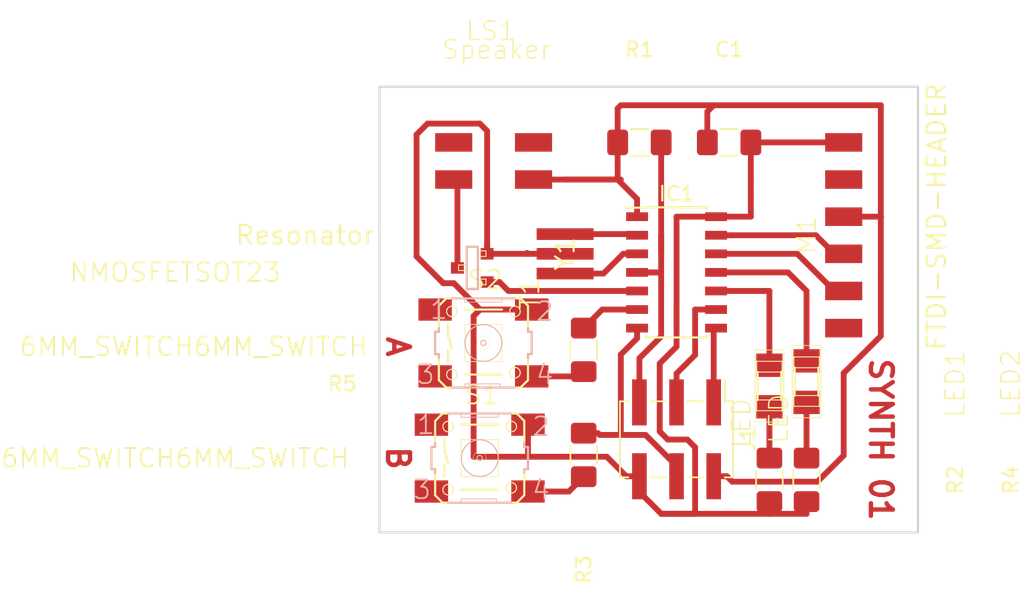
<source format=kicad_pcb>
(kicad_pcb (version 20171130) (host pcbnew 5.0.1)

  (general
    (thickness 1.6)
    (drawings 7)
    (tracks 123)
    (zones 0)
    (modules 16)
    (nets 26)
  )

  (page A4)
  (title_block
    (title "DXH Synth 01")
  )

  (layers
    (0 F.Cu signal)
    (31 B.Cu signal)
    (32 B.Adhes user)
    (33 F.Adhes user)
    (34 B.Paste user)
    (35 F.Paste user)
    (36 B.SilkS user)
    (37 F.SilkS user)
    (38 B.Mask user)
    (39 F.Mask user hide)
    (40 Dwgs.User user)
    (41 Cmts.User user)
    (42 Eco1.User user)
    (43 Eco2.User user)
    (44 Edge.Cuts user)
    (45 Margin user)
    (46 B.CrtYd user)
    (47 F.CrtYd user)
    (48 B.Fab user)
    (49 F.Fab user)
  )

  (setup
    (last_trace_width 0.4)
    (trace_clearance 0.45)
    (zone_clearance 0.508)
    (zone_45_only no)
    (trace_min 0.2)
    (segment_width 0.2)
    (edge_width 0.15)
    (via_size 0.8)
    (via_drill 0.4)
    (via_min_size 0.4)
    (via_min_drill 0.3)
    (uvia_size 0.3)
    (uvia_drill 0.1)
    (uvias_allowed no)
    (uvia_min_size 0.2)
    (uvia_min_drill 0.1)
    (pcb_text_width 0.3)
    (pcb_text_size 1.5 1.5)
    (mod_edge_width 0.15)
    (mod_text_size 1 1)
    (mod_text_width 0.15)
    (pad_size 1.524 1.524)
    (pad_drill 0.762)
    (pad_to_mask_clearance 0.2)
    (solder_mask_min_width 0.25)
    (aux_axis_origin 0 0)
    (visible_elements 7FFFFFFF)
    (pcbplotparams
      (layerselection 0x010fc_ffffffff)
      (usegerberextensions false)
      (usegerberattributes false)
      (usegerberadvancedattributes false)
      (creategerberjobfile false)
      (excludeedgelayer true)
      (linewidth 0.100000)
      (plotframeref false)
      (viasonmask false)
      (mode 1)
      (useauxorigin false)
      (hpglpennumber 1)
      (hpglpenspeed 20)
      (hpglpendiameter 15.000000)
      (psnegative false)
      (psa4output false)
      (plotreference true)
      (plotvalue true)
      (plotinvisibletext false)
      (padsonsilk false)
      (subtractmaskfromsilk false)
      (outputformat 1)
      (mirror false)
      (drillshape 1)
      (scaleselection 1)
      (outputdirectory "./"))
  )

  (net 0 "")
  (net 1 +5V)
  (net 2 "Net-(IC1-Pad4)")
  (net 3 /LED1)
  (net 4 /MOSI)
  (net 5 /MISO)
  (net 6 /SCK)
  (net 7 "Net-(IC1-Pad12)")
  (net 8 "Net-(IC1-Pad13)")
  (net 9 "Net-(M1-Pad2)")
  (net 10 "Net-(M1-Pad6)")
  (net 11 "Net-(S1-Pad1)")
  (net 12 "Net-(S1-Pad3)")
  (net 13 "Net-(R3-Pad2)")
  (net 14 /LED2)
  (net 15 "Net-(R5-Pad2)")
  (net 16 "Net-(S2-Pad1)")
  (net 17 "Net-(S2-Pad3)")
  (net 18 Earth)
  (net 19 /XTAL1)
  (net 20 /XTAL2)
  (net 21 "Net-(LS1-Pad2)")
  (net 22 /SPEAKER)
  (net 23 /SWITCH1)
  (net 24 "Net-(LED1-Pad2)")
  (net 25 "Net-(LED2-Pad2)")

  (net_class Default "This is the default net class."
    (clearance 0.45)
    (trace_width 0.4)
    (via_dia 0.8)
    (via_drill 0.4)
    (uvia_dia 0.3)
    (uvia_drill 0.1)
    (diff_pair_gap 0.25)
    (diff_pair_width 0.4)
    (add_net +5V)
    (add_net /LED1)
    (add_net /LED2)
    (add_net /MISO)
    (add_net /MOSI)
    (add_net /SCK)
    (add_net /SPEAKER)
    (add_net /SWITCH1)
    (add_net /XTAL1)
    (add_net /XTAL2)
    (add_net Earth)
    (add_net "Net-(IC1-Pad12)")
    (add_net "Net-(IC1-Pad13)")
    (add_net "Net-(IC1-Pad4)")
    (add_net "Net-(LED1-Pad2)")
    (add_net "Net-(LED2-Pad2)")
    (add_net "Net-(LS1-Pad2)")
    (add_net "Net-(M1-Pad2)")
    (add_net "Net-(M1-Pad6)")
    (add_net "Net-(R3-Pad2)")
    (add_net "Net-(R5-Pad2)")
    (add_net "Net-(S1-Pad1)")
    (add_net "Net-(S1-Pad3)")
    (add_net "Net-(S2-Pad1)")
    (add_net "Net-(S2-Pad3)")
  )

  (module Connector_PinHeader_2.54mm:PinHeader_2x03_P2.54mm_Vertical_SMD (layer F.Cu) (tedit 59FED5CC) (tstamp 5BC2AC45)
    (at 200.66 151.115 270)
    (descr "surface-mounted straight pin header, 2x03, 2.54mm pitch, double rows")
    (tags "Surface mounted pin header SMD 2x03 2.54mm double row")
    (path /5BB66480)
    (attr smd)
    (fp_text reference J1 (at 0 -4.87 270) (layer F.SilkS)
      (effects (font (size 1 1) (thickness 0.15)))
    )
    (fp_text value AVR-ISP-6 (at 7.635 0) (layer F.Fab)
      (effects (font (size 1 1) (thickness 0.15)))
    )
    (fp_line (start 2.54 3.81) (end -2.54 3.81) (layer F.Fab) (width 0.1))
    (fp_line (start -1.59 -3.81) (end 2.54 -3.81) (layer F.Fab) (width 0.1))
    (fp_line (start -2.54 3.81) (end -2.54 -2.86) (layer F.Fab) (width 0.1))
    (fp_line (start -2.54 -2.86) (end -1.59 -3.81) (layer F.Fab) (width 0.1))
    (fp_line (start 2.54 -3.81) (end 2.54 3.81) (layer F.Fab) (width 0.1))
    (fp_line (start -2.54 -2.86) (end -3.6 -2.86) (layer F.Fab) (width 0.1))
    (fp_line (start -3.6 -2.86) (end -3.6 -2.22) (layer F.Fab) (width 0.1))
    (fp_line (start -3.6 -2.22) (end -2.54 -2.22) (layer F.Fab) (width 0.1))
    (fp_line (start 2.54 -2.86) (end 3.6 -2.86) (layer F.Fab) (width 0.1))
    (fp_line (start 3.6 -2.86) (end 3.6 -2.22) (layer F.Fab) (width 0.1))
    (fp_line (start 3.6 -2.22) (end 2.54 -2.22) (layer F.Fab) (width 0.1))
    (fp_line (start -2.54 -0.32) (end -3.6 -0.32) (layer F.Fab) (width 0.1))
    (fp_line (start -3.6 -0.32) (end -3.6 0.32) (layer F.Fab) (width 0.1))
    (fp_line (start -3.6 0.32) (end -2.54 0.32) (layer F.Fab) (width 0.1))
    (fp_line (start 2.54 -0.32) (end 3.6 -0.32) (layer F.Fab) (width 0.1))
    (fp_line (start 3.6 -0.32) (end 3.6 0.32) (layer F.Fab) (width 0.1))
    (fp_line (start 3.6 0.32) (end 2.54 0.32) (layer F.Fab) (width 0.1))
    (fp_line (start -2.54 2.22) (end -3.6 2.22) (layer F.Fab) (width 0.1))
    (fp_line (start -3.6 2.22) (end -3.6 2.86) (layer F.Fab) (width 0.1))
    (fp_line (start -3.6 2.86) (end -2.54 2.86) (layer F.Fab) (width 0.1))
    (fp_line (start 2.54 2.22) (end 3.6 2.22) (layer F.Fab) (width 0.1))
    (fp_line (start 3.6 2.22) (end 3.6 2.86) (layer F.Fab) (width 0.1))
    (fp_line (start 3.6 2.86) (end 2.54 2.86) (layer F.Fab) (width 0.1))
    (fp_line (start -2.6 -3.87) (end 2.6 -3.87) (layer F.SilkS) (width 0.12))
    (fp_line (start -2.6 3.87) (end 2.6 3.87) (layer F.SilkS) (width 0.12))
    (fp_line (start -4.04 -3.3) (end -2.6 -3.3) (layer F.SilkS) (width 0.12))
    (fp_line (start -2.6 -3.87) (end -2.6 -3.3) (layer F.SilkS) (width 0.12))
    (fp_line (start 2.6 -3.87) (end 2.6 -3.3) (layer F.SilkS) (width 0.12))
    (fp_line (start -2.6 3.3) (end -2.6 3.87) (layer F.SilkS) (width 0.12))
    (fp_line (start 2.6 3.3) (end 2.6 3.87) (layer F.SilkS) (width 0.12))
    (fp_line (start -2.6 -1.78) (end -2.6 -0.76) (layer F.SilkS) (width 0.12))
    (fp_line (start 2.6 -1.78) (end 2.6 -0.76) (layer F.SilkS) (width 0.12))
    (fp_line (start -2.6 0.76) (end -2.6 1.78) (layer F.SilkS) (width 0.12))
    (fp_line (start 2.6 0.76) (end 2.6 1.78) (layer F.SilkS) (width 0.12))
    (fp_line (start -5.9 -4.35) (end -5.9 4.35) (layer F.CrtYd) (width 0.05))
    (fp_line (start -5.9 4.35) (end 5.9 4.35) (layer F.CrtYd) (width 0.05))
    (fp_line (start 5.9 4.35) (end 5.9 -4.35) (layer F.CrtYd) (width 0.05))
    (fp_line (start 5.9 -4.35) (end -5.9 -4.35) (layer F.CrtYd) (width 0.05))
    (fp_text user %R (at 0 0) (layer F.Fab)
      (effects (font (size 1 1) (thickness 0.15)))
    )
    (pad 1 smd rect (at -2.525 -2.54 270) (size 3.15 1) (layers F.Cu F.Paste F.Mask)
      (net 5 /MISO))
    (pad 2 smd rect (at 2.525 -2.54 270) (size 3.15 1) (layers F.Cu F.Paste F.Mask)
      (net 1 +5V))
    (pad 3 smd rect (at -2.525 0 270) (size 3.15 1) (layers F.Cu F.Paste F.Mask)
      (net 6 /SCK))
    (pad 4 smd rect (at 2.525 0 270) (size 3.15 1) (layers F.Cu F.Paste F.Mask)
      (net 4 /MOSI))
    (pad 5 smd rect (at -2.525 2.54 270) (size 3.15 1) (layers F.Cu F.Paste F.Mask)
      (net 2 "Net-(IC1-Pad4)"))
    (pad 6 smd rect (at 2.525 2.54 270) (size 3.15 1) (layers F.Cu F.Paste F.Mask)
      (net 18 Earth))
    (model ${KISYS3DMOD}/Connector_PinHeader_2.54mm.3dshapes/PinHeader_2x03_P2.54mm_Vertical_SMD.wrl
      (at (xyz 0 0 0))
      (scale (xyz 1 1 1))
      (rotate (xyz 0 0 0))
    )
  )

  (module fab:fab-6MM_SWITCH (layer F.Cu) (tedit 200000) (tstamp 5BC2ACC3)
    (at 187.198 152.4)
    (descr "OMRON SWITCH")
    (tags "OMRON SWITCH")
    (path /5BB7076B)
    (attr smd)
    (fp_text reference S1 (at 0.127 -4.318) (layer F.SilkS)
      (effects (font (size 1.27 1.27) (thickness 0.127)))
    )
    (fp_text value 6MM_SWITCH6MM_SWITCH (at -20.828 0) (layer F.SilkS)
      (effects (font (size 1.27 1.27) (thickness 0.127)))
    )
    (fp_line (start 3.302 0.762) (end 3.048 0.762) (layer B.SilkS) (width 0.1524))
    (fp_line (start 3.302 0.762) (end 3.302 -0.762) (layer B.SilkS) (width 0.1524))
    (fp_line (start 3.048 -0.762) (end 3.302 -0.762) (layer B.SilkS) (width 0.1524))
    (fp_line (start 3.048 -1.016) (end 3.048 -2.54) (layer F.SilkS) (width 0.1524))
    (fp_line (start -3.302 -0.762) (end -3.048 -0.762) (layer B.SilkS) (width 0.1524))
    (fp_line (start -3.302 -0.762) (end -3.302 0.762) (layer B.SilkS) (width 0.1524))
    (fp_line (start -3.048 0.762) (end -3.302 0.762) (layer B.SilkS) (width 0.1524))
    (fp_line (start 3.048 -2.54) (end 2.54 -3.048) (layer F.SilkS) (width 0.1524))
    (fp_line (start 2.54 3.048) (end 3.048 2.54) (layer F.SilkS) (width 0.1524))
    (fp_line (start 3.048 2.54) (end 3.048 1.016) (layer F.SilkS) (width 0.1524))
    (fp_line (start -2.54 -3.048) (end -3.048 -2.54) (layer F.SilkS) (width 0.1524))
    (fp_line (start -3.048 -2.54) (end -3.048 -1.016) (layer F.SilkS) (width 0.1524))
    (fp_line (start -2.54 3.048) (end -3.048 2.54) (layer F.SilkS) (width 0.1524))
    (fp_line (start -3.048 2.54) (end -3.048 1.016) (layer F.SilkS) (width 0.1524))
    (fp_line (start -1.27 -1.27) (end -1.27 1.27) (layer F.SilkS) (width 0.0508))
    (fp_line (start 1.27 1.27) (end -1.27 1.27) (layer F.SilkS) (width 0.0508))
    (fp_line (start 1.27 1.27) (end 1.27 -1.27) (layer F.SilkS) (width 0.0508))
    (fp_line (start -1.27 -1.27) (end 1.27 -1.27) (layer F.SilkS) (width 0.0508))
    (fp_line (start -1.27 -3.048) (end -1.27 -2.794) (layer B.SilkS) (width 0.0508))
    (fp_line (start 1.27 -2.794) (end -1.27 -2.794) (layer B.SilkS) (width 0.0508))
    (fp_line (start 1.27 -2.794) (end 1.27 -3.048) (layer B.SilkS) (width 0.0508))
    (fp_line (start 1.143 2.794) (end -1.27 2.794) (layer B.SilkS) (width 0.0508))
    (fp_line (start 1.143 2.794) (end 1.143 3.048) (layer B.SilkS) (width 0.0508))
    (fp_line (start -1.27 2.794) (end -1.27 3.048) (layer B.SilkS) (width 0.0508))
    (fp_line (start 2.54 3.048) (end 2.159 3.048) (layer F.SilkS) (width 0.1524))
    (fp_line (start -2.54 3.048) (end -2.159 3.048) (layer F.SilkS) (width 0.1524))
    (fp_line (start -2.159 3.048) (end -1.27 3.048) (layer B.SilkS) (width 0.1524))
    (fp_line (start -2.54 -3.048) (end -2.159 -3.048) (layer F.SilkS) (width 0.1524))
    (fp_line (start 2.54 -3.048) (end 2.159 -3.048) (layer F.SilkS) (width 0.1524))
    (fp_line (start 2.159 -3.048) (end 1.27 -3.048) (layer B.SilkS) (width 0.1524))
    (fp_line (start 1.27 -3.048) (end -1.27 -3.048) (layer B.SilkS) (width 0.1524))
    (fp_line (start -1.27 -3.048) (end -2.159 -3.048) (layer B.SilkS) (width 0.1524))
    (fp_line (start -1.27 3.048) (end 1.143 3.048) (layer B.SilkS) (width 0.1524))
    (fp_line (start 1.143 3.048) (end 2.159 3.048) (layer B.SilkS) (width 0.1524))
    (fp_line (start 3.048 0.762) (end 3.048 1.016) (layer B.SilkS) (width 0.1524))
    (fp_line (start 3.048 -0.762) (end 3.048 -1.016) (layer B.SilkS) (width 0.1524))
    (fp_line (start -3.048 0.762) (end -3.048 1.016) (layer B.SilkS) (width 0.1524))
    (fp_line (start -3.048 -0.762) (end -3.048 -1.016) (layer B.SilkS) (width 0.1524))
    (fp_line (start -1.27 2.159) (end 1.27 2.159) (layer F.SilkS) (width 0.1524))
    (fp_line (start 1.27 -2.286) (end -1.27 -2.286) (layer F.SilkS) (width 0.1524))
    (fp_line (start -2.413 -1.27) (end -2.413 -0.508) (layer F.SilkS) (width 0.1524))
    (fp_line (start -2.413 0.508) (end -2.413 1.27) (layer F.SilkS) (width 0.1524))
    (fp_line (start -2.413 -0.508) (end -2.159 0.381) (layer F.SilkS) (width 0.1524))
    (fp_circle (center 0 0) (end -0.889 0.889) (layer B.SilkS) (width 0.0762))
    (fp_circle (center -2.159 2.159) (end -2.413 2.413) (layer F.SilkS) (width 0.0762))
    (fp_circle (center 2.159 2.032) (end 2.413 2.286) (layer F.SilkS) (width 0.0762))
    (fp_circle (center 2.159 -2.159) (end 2.413 -2.413) (layer F.SilkS) (width 0.0762))
    (fp_circle (center -2.159 -2.159) (end -2.413 -2.413) (layer F.SilkS) (width 0.0762))
    (fp_circle (center 0 0) (end -0.3175 0.3175) (layer F.SilkS) (width 0.0254))
    (fp_circle (center 0 0) (end -0.127 0.127) (layer B.SilkS) (width 0.0762))
    (fp_text user 1 (at -3.683 -2.286) (layer B.SilkS)
      (effects (font (size 1.27 1.27) (thickness 0.127)))
    )
    (fp_text user 2 (at 4.191 -2.159) (layer B.SilkS)
      (effects (font (size 1.27 1.27) (thickness 0.127)))
    )
    (fp_text user 3 (at -3.937 2.159) (layer B.SilkS)
      (effects (font (size 1.27 1.27) (thickness 0.127)))
    )
    (fp_text user 4 (at 4.191 2.159) (layer B.SilkS)
      (effects (font (size 1.27 1.27) (thickness 0.127)))
    )
    (pad 1 smd rect (at -3.302 -2.286) (size 2.286 1.524) (layers F.Cu F.Paste F.Mask)
      (net 11 "Net-(S1-Pad1)"))
    (pad 2 smd rect (at 3.302 -2.286) (size 2.286 1.524) (layers F.Cu F.Paste F.Mask)
      (net 18 Earth))
    (pad 3 smd rect (at -3.302 2.286) (size 2.286 1.524) (layers F.Cu F.Paste F.Mask)
      (net 12 "Net-(S1-Pad3)"))
    (pad 4 smd rect (at 3.302 2.286) (size 2.286 1.524) (layers F.Cu F.Paste F.Mask)
      (net 13 "Net-(R3-Pad2)"))
  )

  (module Package_SO:SOIC-14_3.9x8.7mm_P1.27mm (layer F.Cu) (tedit 5A02F2D3) (tstamp 5BB6B2C1)
    (at 200.66 139.7)
    (descr "14-Lead Plastic Small Outline (SL) - Narrow, 3.90 mm Body [SOIC] (see Microchip Packaging Specification 00000049BS.pdf)")
    (tags "SOIC 1.27")
    (path /5BB66B58)
    (attr smd)
    (fp_text reference IC1 (at 0 -5.375) (layer F.SilkS)
      (effects (font (size 1 1) (thickness 0.15)))
    )
    (fp_text value t44 (at 0 5.375) (layer F.Fab)
      (effects (font (size 1 1) (thickness 0.15)))
    )
    (fp_text user %R (at 0 0) (layer F.Fab)
      (effects (font (size 0.9 0.9) (thickness 0.135)))
    )
    (fp_line (start -0.95 -4.35) (end 1.95 -4.35) (layer F.Fab) (width 0.15))
    (fp_line (start 1.95 -4.35) (end 1.95 4.35) (layer F.Fab) (width 0.15))
    (fp_line (start 1.95 4.35) (end -1.95 4.35) (layer F.Fab) (width 0.15))
    (fp_line (start -1.95 4.35) (end -1.95 -3.35) (layer F.Fab) (width 0.15))
    (fp_line (start -1.95 -3.35) (end -0.95 -4.35) (layer F.Fab) (width 0.15))
    (fp_line (start -3.7 -4.65) (end -3.7 4.65) (layer F.CrtYd) (width 0.05))
    (fp_line (start 3.7 -4.65) (end 3.7 4.65) (layer F.CrtYd) (width 0.05))
    (fp_line (start -3.7 -4.65) (end 3.7 -4.65) (layer F.CrtYd) (width 0.05))
    (fp_line (start -3.7 4.65) (end 3.7 4.65) (layer F.CrtYd) (width 0.05))
    (fp_line (start -2.075 -4.45) (end -2.075 -4.425) (layer F.SilkS) (width 0.15))
    (fp_line (start 2.075 -4.45) (end 2.075 -4.335) (layer F.SilkS) (width 0.15))
    (fp_line (start 2.075 4.45) (end 2.075 4.335) (layer F.SilkS) (width 0.15))
    (fp_line (start -2.075 4.45) (end -2.075 4.335) (layer F.SilkS) (width 0.15))
    (fp_line (start -2.075 -4.45) (end 2.075 -4.45) (layer F.SilkS) (width 0.15))
    (fp_line (start -2.075 4.45) (end 2.075 4.45) (layer F.SilkS) (width 0.15))
    (fp_line (start -2.075 -4.425) (end -3.45 -4.425) (layer F.SilkS) (width 0.15))
    (pad 1 smd rect (at -2.7 -3.81) (size 1.5 0.6) (layers F.Cu F.Paste F.Mask)
      (net 1 +5V))
    (pad 2 smd rect (at -2.7 -2.54) (size 1.5 0.6) (layers F.Cu F.Paste F.Mask)
      (net 19 /XTAL1))
    (pad 3 smd rect (at -2.7 -1.27) (size 1.5 0.6) (layers F.Cu F.Paste F.Mask)
      (net 20 /XTAL2))
    (pad 4 smd rect (at -2.7 0) (size 1.5 0.6) (layers F.Cu F.Paste F.Mask)
      (net 2 "Net-(IC1-Pad4)"))
    (pad 5 smd rect (at -2.7 1.27) (size 1.5 0.6) (layers F.Cu F.Paste F.Mask)
      (net 22 /SPEAKER))
    (pad 6 smd rect (at -2.7 2.54) (size 1.5 0.6) (layers F.Cu F.Paste F.Mask)
      (net 23 /SWITCH1))
    (pad 7 smd rect (at -2.7 3.81) (size 1.5 0.6) (layers F.Cu F.Paste F.Mask)
      (net 4 /MOSI))
    (pad 8 smd rect (at 2.7 3.81) (size 1.5 0.6) (layers F.Cu F.Paste F.Mask)
      (net 5 /MISO))
    (pad 9 smd rect (at 2.7 2.54) (size 1.5 0.6) (layers F.Cu F.Paste F.Mask)
      (net 6 /SCK))
    (pad 10 smd rect (at 2.7 1.27) (size 1.5 0.6) (layers F.Cu F.Paste F.Mask)
      (net 3 /LED1))
    (pad 11 smd rect (at 2.7 0) (size 1.5 0.6) (layers F.Cu F.Paste F.Mask)
      (net 14 /LED2))
    (pad 12 smd rect (at 2.7 -1.27) (size 1.5 0.6) (layers F.Cu F.Paste F.Mask)
      (net 7 "Net-(IC1-Pad12)"))
    (pad 13 smd rect (at 2.7 -2.54) (size 1.5 0.6) (layers F.Cu F.Paste F.Mask)
      (net 8 "Net-(IC1-Pad13)"))
    (pad 14 smd rect (at 2.7 -3.81) (size 1.5 0.6) (layers F.Cu F.Paste F.Mask)
      (net 18 Earth))
    (model ${KISYS3DMOD}/Package_SO.3dshapes/SOIC-14_3.9x8.7mm_P1.27mm.wrl
      (at (xyz 0 0 0))
      (scale (xyz 1 1 1))
      (rotate (xyz 0 0 0))
    )
  )

  (module Capacitor_SMD:C_1206_3216Metric_Pad1.42x1.75mm_HandSolder (layer F.Cu) (tedit 5B301BBE) (tstamp 5BC2AC14)
    (at 204.2525 130.81)
    (descr "Capacitor SMD 1206 (3216 Metric), square (rectangular) end terminal, IPC_7351 nominal with elongated pad for handsoldering. (Body size source: http://www.tortai-tech.com/upload/download/2011102023233369053.pdf), generated with kicad-footprint-generator")
    (tags "capacitor handsolder")
    (path /5BB665F6)
    (attr smd)
    (fp_text reference C1 (at 0 -6.35) (layer F.SilkS)
      (effects (font (size 1 1) (thickness 0.15)))
    )
    (fp_text value "1 uF" (at 0.2175 -8.89) (layer F.Fab)
      (effects (font (size 1 1) (thickness 0.15)))
    )
    (fp_line (start -1.6 0.8) (end -1.6 -0.8) (layer F.Fab) (width 0.1))
    (fp_line (start -1.6 -0.8) (end 1.6 -0.8) (layer F.Fab) (width 0.1))
    (fp_line (start 1.6 -0.8) (end 1.6 0.8) (layer F.Fab) (width 0.1))
    (fp_line (start 1.6 0.8) (end -1.6 0.8) (layer F.Fab) (width 0.1))
    (fp_line (start -0.602064 -0.91) (end 0.602064 -0.91) (layer F.SilkS) (width 0.12))
    (fp_line (start -0.602064 0.91) (end 0.602064 0.91) (layer F.SilkS) (width 0.12))
    (fp_line (start -2.45 1.12) (end -2.45 -1.12) (layer F.CrtYd) (width 0.05))
    (fp_line (start -2.45 -1.12) (end 2.45 -1.12) (layer F.CrtYd) (width 0.05))
    (fp_line (start 2.45 -1.12) (end 2.45 1.12) (layer F.CrtYd) (width 0.05))
    (fp_line (start 2.45 1.12) (end -2.45 1.12) (layer F.CrtYd) (width 0.05))
    (fp_text user %R (at 0 0) (layer F.Fab)
      (effects (font (size 0.8 0.8) (thickness 0.12)))
    )
    (pad 1 smd roundrect (at -1.4875 0) (size 1.425 1.75) (layers F.Cu F.Paste F.Mask) (roundrect_rratio 0.175439)
      (net 1 +5V))
    (pad 2 smd roundrect (at 1.4875 0) (size 1.425 1.75) (layers F.Cu F.Paste F.Mask) (roundrect_rratio 0.175439)
      (net 18 Earth))
    (model ${KISYS3DMOD}/Capacitor_SMD.3dshapes/C_1206_3216Metric.wrl
      (at (xyz 0 0 0))
      (scale (xyz 1 1 1))
      (rotate (xyz 0 0 0))
    )
  )

  (module fab:fab-LED1206 (layer F.Cu) (tedit 5BB7D3BE) (tstamp 5BC2AC59)
    (at 207.01 147.46986 270)
    (descr "LED 1206 PADS (STANDARD PATTERN)")
    (tags "LED 1206 PADS (STANDARD PATTERN)")
    (path /5BB6E9C2)
    (attr smd)
    (fp_text reference LED1 (at -0.14986 -12.7 270) (layer F.SilkS)
      (effects (font (size 1.27 1.27) (thickness 0.1016)))
    )
    (fp_text value LED (at 2.54 1.905 270) (layer F.SilkS)
      (effects (font (size 1.27 1.27) (thickness 0.1016)))
    )
    (fp_line (start -1.6891 0.8763) (end -0.9525 0.8763) (layer F.SilkS) (width 0.06604))
    (fp_line (start -0.9525 0.8763) (end -0.9525 -0.8763) (layer F.SilkS) (width 0.06604))
    (fp_line (start -1.6891 -0.8763) (end -0.9525 -0.8763) (layer F.SilkS) (width 0.06604))
    (fp_line (start -1.6891 0.8763) (end -1.6891 -0.8763) (layer F.SilkS) (width 0.06604))
    (fp_line (start 0.9525 0.8763) (end 1.6891 0.8763) (layer F.SilkS) (width 0.06604))
    (fp_line (start 1.6891 0.8763) (end 1.6891 -0.8763) (layer F.SilkS) (width 0.06604))
    (fp_line (start 0.9525 -0.8763) (end 1.6891 -0.8763) (layer F.SilkS) (width 0.06604))
    (fp_line (start 0.9525 0.8763) (end 0.9525 -0.8763) (layer F.SilkS) (width 0.06604))
    (fp_line (start 0.9525 0.8128) (end -0.9652 0.8128) (layer F.SilkS) (width 0.1524))
    (fp_line (start 0.9525 -0.8128) (end -0.9652 -0.8128) (layer F.SilkS) (width 0.1524))
    (fp_line (start -2.47142 -0.98298) (end 2.47142 -0.98298) (layer F.SilkS) (width 0.0508))
    (fp_line (start 2.47142 -0.98298) (end 2.47142 0.98298) (layer F.SilkS) (width 0.0508))
    (fp_line (start 2.47142 0.98298) (end -2.47142 0.98298) (layer F.SilkS) (width 0.0508))
    (fp_line (start -2.47142 0.98298) (end -2.47142 -0.98298) (layer F.SilkS) (width 0.0508))
    (pad 1 smd rect (at -1.41986 0 270) (size 1.59766 1.80086) (layers F.Cu F.Paste F.Mask)
      (net 3 /LED1))
    (pad 2 smd rect (at 1.41986 0 270) (size 1.59766 1.80086) (layers F.Cu F.Paste F.Mask)
      (net 24 "Net-(LED1-Pad2)"))
  )

  (module fab:fab-1X06SMD (layer F.Cu) (tedit 200000) (tstamp 5BC2AC63)
    (at 212.09 137.16)
    (path /5BB6A60E)
    (attr smd)
    (fp_text reference M1 (at -2.54 0 90) (layer F.SilkS)
      (effects (font (size 1.27 1.27) (thickness 0.1016)))
    )
    (fp_text value FTDI-SMD-HEADER (at 6.35 -1.27 90) (layer F.SilkS)
      (effects (font (size 1.27 1.27) (thickness 0.15)))
    )
    (pad 1 smd rect (at 0 -6.35) (size 2.54 1.27) (layers F.Cu F.Paste F.Mask)
      (net 18 Earth))
    (pad 2 smd rect (at 0 -3.81) (size 2.54 1.27) (layers F.Cu F.Paste F.Mask)
      (net 9 "Net-(M1-Pad2)"))
    (pad 3 smd rect (at 0 -1.27) (size 2.54 1.27) (layers F.Cu F.Paste F.Mask)
      (net 1 +5V))
    (pad 4 smd rect (at 0 1.27) (size 2.54 1.27) (layers F.Cu F.Paste F.Mask)
      (net 8 "Net-(IC1-Pad13)"))
    (pad 5 smd rect (at 0 3.81) (size 2.54 1.27) (layers F.Cu F.Paste F.Mask)
      (net 7 "Net-(IC1-Pad12)"))
    (pad 6 smd rect (at 0 6.35) (size 2.54 1.27) (layers F.Cu F.Paste F.Mask)
      (net 10 "Net-(M1-Pad6)"))
  )

  (module Resistor_SMD:R_1206_3216Metric_Pad1.42x1.75mm_HandSolder (layer F.Cu) (tedit 5B301BBD) (tstamp 5BC2AC74)
    (at 198.12 130.81 180)
    (descr "Resistor SMD 1206 (3216 Metric), square (rectangular) end terminal, IPC_7351 nominal with elongated pad for handsoldering. (Body size source: http://www.tortai-tech.com/upload/download/2011102023233369053.pdf), generated with kicad-footprint-generator")
    (tags "resistor handsolder")
    (path /5BB652E2)
    (attr smd)
    (fp_text reference R1 (at 0 6.35 180) (layer F.SilkS)
      (effects (font (size 1 1) (thickness 0.15)))
    )
    (fp_text value 10k (at 0 8.89 180) (layer F.Fab)
      (effects (font (size 1 1) (thickness 0.15)))
    )
    (fp_line (start -1.6 0.8) (end -1.6 -0.8) (layer F.Fab) (width 0.1))
    (fp_line (start -1.6 -0.8) (end 1.6 -0.8) (layer F.Fab) (width 0.1))
    (fp_line (start 1.6 -0.8) (end 1.6 0.8) (layer F.Fab) (width 0.1))
    (fp_line (start 1.6 0.8) (end -1.6 0.8) (layer F.Fab) (width 0.1))
    (fp_line (start -0.602064 -0.91) (end 0.602064 -0.91) (layer F.SilkS) (width 0.12))
    (fp_line (start -0.602064 0.91) (end 0.602064 0.91) (layer F.SilkS) (width 0.12))
    (fp_line (start -2.45 1.12) (end -2.45 -1.12) (layer F.CrtYd) (width 0.05))
    (fp_line (start -2.45 -1.12) (end 2.45 -1.12) (layer F.CrtYd) (width 0.05))
    (fp_line (start 2.45 -1.12) (end 2.45 1.12) (layer F.CrtYd) (width 0.05))
    (fp_line (start 2.45 1.12) (end -2.45 1.12) (layer F.CrtYd) (width 0.05))
    (fp_text user %R (at 0 0 180) (layer F.Fab)
      (effects (font (size 0.8 0.8) (thickness 0.12)))
    )
    (pad 1 smd roundrect (at -1.4875 0 180) (size 1.425 1.75) (layers F.Cu F.Paste F.Mask) (roundrect_rratio 0.175439)
      (net 2 "Net-(IC1-Pad4)"))
    (pad 2 smd roundrect (at 1.4875 0 180) (size 1.425 1.75) (layers F.Cu F.Paste F.Mask) (roundrect_rratio 0.175439)
      (net 1 +5V))
    (model ${KISYS3DMOD}/Resistor_SMD.3dshapes/R_1206_3216Metric.wrl
      (at (xyz 0 0 0))
      (scale (xyz 1 1 1))
      (rotate (xyz 0 0 0))
    )
  )

  (module Resistor_SMD:R_1206_3216Metric_Pad1.42x1.75mm_HandSolder (layer F.Cu) (tedit 5BD4B37C) (tstamp 5BC2AC85)
    (at 207.01 153.8875 270)
    (descr "Resistor SMD 1206 (3216 Metric), square (rectangular) end terminal, IPC_7351 nominal with elongated pad for handsoldering. (Body size source: http://www.tortai-tech.com/upload/download/2011102023233369053.pdf), generated with kicad-footprint-generator")
    (tags "resistor handsolder")
    (path /5BB6EA41)
    (attr smd)
    (fp_text reference R2 (at 0 -12.7 270) (layer F.SilkS)
      (effects (font (size 1 1) (thickness 0.15)))
    )
    (fp_text value 100k (at 3.5925 -12.7 270) (layer F.Fab)
      (effects (font (size 1 1) (thickness 0.15)))
    )
    (fp_text user %R (at 0 0 270) (layer F.Fab)
      (effects (font (size 0.8 0.8) (thickness 0.12)))
    )
    (fp_line (start 2.45 1.12) (end -2.45 1.12) (layer F.CrtYd) (width 0.05))
    (fp_line (start 2.45 -1.12) (end 2.45 1.12) (layer F.CrtYd) (width 0.05))
    (fp_line (start -2.45 -1.12) (end 2.45 -1.12) (layer F.CrtYd) (width 0.05))
    (fp_line (start -2.45 1.12) (end -2.45 -1.12) (layer F.CrtYd) (width 0.05))
    (fp_line (start -0.602064 0.91) (end 0.602064 0.91) (layer F.SilkS) (width 0.12))
    (fp_line (start -0.602064 -0.91) (end 0.602064 -0.91) (layer F.SilkS) (width 0.12))
    (fp_line (start 1.6 0.8) (end -1.6 0.8) (layer F.Fab) (width 0.1))
    (fp_line (start 1.6 -0.8) (end 1.6 0.8) (layer F.Fab) (width 0.1))
    (fp_line (start -1.6 -0.8) (end 1.6 -0.8) (layer F.Fab) (width 0.1))
    (fp_line (start -1.6 0.8) (end -1.6 -0.8) (layer F.Fab) (width 0.1))
    (pad 2 smd roundrect (at 1.4875 0 270) (size 1.425 1.75) (layers F.Cu F.Paste F.Mask) (roundrect_rratio 0.175439)
      (net 18 Earth))
    (pad 1 smd roundrect (at -1.4875 0 270) (size 1.425 1.75) (layers F.Cu F.Paste F.Mask) (roundrect_rratio 0.175439)
      (net 24 "Net-(LED1-Pad2)"))
    (model ${KISYS3DMOD}/Resistor_SMD.3dshapes/R_1206_3216Metric.wrl
      (at (xyz 0 0 0))
      (scale (xyz 1 1 1))
      (rotate (xyz 0 0 0))
    )
  )

  (module fab:fab-EFOBM (layer F.Cu) (tedit 200000) (tstamp 5BC2ACCA)
    (at 193.04 138.43 270)
    (path /5BD4D5F2)
    (attr smd)
    (fp_text reference Y1 (at 0 0 270) (layer F.SilkS)
      (effects (font (size 1.27 1.27) (thickness 0.15)))
    )
    (fp_text value Resonator (at -1.27 17.78) (layer F.SilkS)
      (effects (font (size 1.27 1.27) (thickness 0.15)))
    )
    (pad 3 smd rect (at 1.34874 0 180) (size 3.8989 0.79756) (layers F.Cu F.Paste F.Mask)
      (net 20 /XTAL2))
    (pad 2 smd rect (at 0 0 180) (size 3.8989 0.79756) (layers F.Cu F.Paste F.Mask)
      (net 18 Earth))
    (pad 1 smd rect (at -1.34874 0) (size 3.8989 0.79756) (layers F.Cu F.Paste F.Mask)
      (net 19 /XTAL1))
  )

  (module Resistor_SMD:R_1206_3216Metric_Pad1.42x1.75mm_HandSolder (layer F.Cu) (tedit 5B301BBD) (tstamp 5BC3EBBF)
    (at 194.31 152.1825 270)
    (descr "Resistor SMD 1206 (3216 Metric), square (rectangular) end terminal, IPC_7351 nominal with elongated pad for handsoldering. (Body size source: http://www.tortai-tech.com/upload/download/2011102023233369053.pdf), generated with kicad-footprint-generator")
    (tags "resistor handsolder")
    (path /5BB8B977)
    (attr smd)
    (fp_text reference R3 (at 7.8375 0 270) (layer F.SilkS)
      (effects (font (size 1 1) (thickness 0.15)))
    )
    (fp_text value 100k (at 7.8375 1.27 270) (layer F.Fab)
      (effects (font (size 1 1) (thickness 0.15)))
    )
    (fp_line (start -1.6 0.8) (end -1.6 -0.8) (layer F.Fab) (width 0.1))
    (fp_line (start -1.6 -0.8) (end 1.6 -0.8) (layer F.Fab) (width 0.1))
    (fp_line (start 1.6 -0.8) (end 1.6 0.8) (layer F.Fab) (width 0.1))
    (fp_line (start 1.6 0.8) (end -1.6 0.8) (layer F.Fab) (width 0.1))
    (fp_line (start -0.602064 -0.91) (end 0.602064 -0.91) (layer F.SilkS) (width 0.12))
    (fp_line (start -0.602064 0.91) (end 0.602064 0.91) (layer F.SilkS) (width 0.12))
    (fp_line (start -2.45 1.12) (end -2.45 -1.12) (layer F.CrtYd) (width 0.05))
    (fp_line (start -2.45 -1.12) (end 2.45 -1.12) (layer F.CrtYd) (width 0.05))
    (fp_line (start 2.45 -1.12) (end 2.45 1.12) (layer F.CrtYd) (width 0.05))
    (fp_line (start 2.45 1.12) (end -2.45 1.12) (layer F.CrtYd) (width 0.05))
    (fp_text user %R (at 0.2175 0 270) (layer F.Fab)
      (effects (font (size 0.8 0.8) (thickness 0.12)))
    )
    (pad 1 smd roundrect (at -1.4875 0 270) (size 1.425 1.75) (layers F.Cu F.Paste F.Mask) (roundrect_rratio 0.175439)
      (net 4 /MOSI))
    (pad 2 smd roundrect (at 1.4875 0 270) (size 1.425 1.75) (layers F.Cu F.Paste F.Mask) (roundrect_rratio 0.175439)
      (net 13 "Net-(R3-Pad2)"))
    (model ${KISYS3DMOD}/Resistor_SMD.3dshapes/R_1206_3216Metric.wrl
      (at (xyz 0 0 0))
      (scale (xyz 1 1 1))
      (rotate (xyz 0 0 0))
    )
  )

  (module fab:fab-LED1206 (layer F.Cu) (tedit 200000) (tstamp 5BDFDCDD)
    (at 209.55 147.17014 270)
    (descr "LED 1206 PADS (STANDARD PATTERN)")
    (tags "LED 1206 PADS (STANDARD PATTERN)")
    (path /5BD4E9C7)
    (attr smd)
    (fp_text reference LED2 (at 0.14986 -13.97 270) (layer F.SilkS)
      (effects (font (size 1.27 1.27) (thickness 0.1016)))
    )
    (fp_text value LED (at 2.54 1.905 270) (layer F.SilkS)
      (effects (font (size 1.27 1.27) (thickness 0.1016)))
    )
    (fp_line (start -2.47142 0.98298) (end -2.47142 -0.98298) (layer F.SilkS) (width 0.0508))
    (fp_line (start 2.47142 0.98298) (end -2.47142 0.98298) (layer F.SilkS) (width 0.0508))
    (fp_line (start 2.47142 -0.98298) (end 2.47142 0.98298) (layer F.SilkS) (width 0.0508))
    (fp_line (start -2.47142 -0.98298) (end 2.47142 -0.98298) (layer F.SilkS) (width 0.0508))
    (fp_line (start 0.9525 -0.8128) (end -0.9652 -0.8128) (layer F.SilkS) (width 0.1524))
    (fp_line (start 0.9525 0.8128) (end -0.9652 0.8128) (layer F.SilkS) (width 0.1524))
    (fp_line (start 0.9525 0.8763) (end 0.9525 -0.8763) (layer F.SilkS) (width 0.06604))
    (fp_line (start 0.9525 -0.8763) (end 1.6891 -0.8763) (layer F.SilkS) (width 0.06604))
    (fp_line (start 1.6891 0.8763) (end 1.6891 -0.8763) (layer F.SilkS) (width 0.06604))
    (fp_line (start 0.9525 0.8763) (end 1.6891 0.8763) (layer F.SilkS) (width 0.06604))
    (fp_line (start -1.6891 0.8763) (end -1.6891 -0.8763) (layer F.SilkS) (width 0.06604))
    (fp_line (start -1.6891 -0.8763) (end -0.9525 -0.8763) (layer F.SilkS) (width 0.06604))
    (fp_line (start -0.9525 0.8763) (end -0.9525 -0.8763) (layer F.SilkS) (width 0.06604))
    (fp_line (start -1.6891 0.8763) (end -0.9525 0.8763) (layer F.SilkS) (width 0.06604))
    (pad 2 smd rect (at 1.41986 0 270) (size 1.59766 1.80086) (layers F.Cu F.Paste F.Mask)
      (net 25 "Net-(LED2-Pad2)"))
    (pad 1 smd rect (at -1.41986 0 270) (size 1.59766 1.80086) (layers F.Cu F.Paste F.Mask)
      (net 14 /LED2))
  )

  (module Resistor_SMD:R_1206_3216Metric_Pad1.42x1.75mm_HandSolder (layer F.Cu) (tedit 5B301BBD) (tstamp 5BDFDCEE)
    (at 209.55 153.8875 270)
    (descr "Resistor SMD 1206 (3216 Metric), square (rectangular) end terminal, IPC_7351 nominal with elongated pad for handsoldering. (Body size source: http://www.tortai-tech.com/upload/download/2011102023233369053.pdf), generated with kicad-footprint-generator")
    (tags "resistor handsolder")
    (path /5BD4E9CE)
    (attr smd)
    (fp_text reference R4 (at 0 -13.97 270) (layer F.SilkS)
      (effects (font (size 1 1) (thickness 0.15)))
    )
    (fp_text value 100k (at 3.5925 -13.97 270) (layer F.Fab)
      (effects (font (size 1 1) (thickness 0.15)))
    )
    (fp_text user %R (at 0 0 270) (layer F.Fab)
      (effects (font (size 0.8 0.8) (thickness 0.12)))
    )
    (fp_line (start 2.45 1.12) (end -2.45 1.12) (layer F.CrtYd) (width 0.05))
    (fp_line (start 2.45 -1.12) (end 2.45 1.12) (layer F.CrtYd) (width 0.05))
    (fp_line (start -2.45 -1.12) (end 2.45 -1.12) (layer F.CrtYd) (width 0.05))
    (fp_line (start -2.45 1.12) (end -2.45 -1.12) (layer F.CrtYd) (width 0.05))
    (fp_line (start -0.602064 0.91) (end 0.602064 0.91) (layer F.SilkS) (width 0.12))
    (fp_line (start -0.602064 -0.91) (end 0.602064 -0.91) (layer F.SilkS) (width 0.12))
    (fp_line (start 1.6 0.8) (end -1.6 0.8) (layer F.Fab) (width 0.1))
    (fp_line (start 1.6 -0.8) (end 1.6 0.8) (layer F.Fab) (width 0.1))
    (fp_line (start -1.6 -0.8) (end 1.6 -0.8) (layer F.Fab) (width 0.1))
    (fp_line (start -1.6 0.8) (end -1.6 -0.8) (layer F.Fab) (width 0.1))
    (pad 2 smd roundrect (at 1.4875 0 270) (size 1.425 1.75) (layers F.Cu F.Paste F.Mask) (roundrect_rratio 0.175439)
      (net 18 Earth))
    (pad 1 smd roundrect (at -1.4875 0 270) (size 1.425 1.75) (layers F.Cu F.Paste F.Mask) (roundrect_rratio 0.175439)
      (net 25 "Net-(LED2-Pad2)"))
    (model ${KISYS3DMOD}/Resistor_SMD.3dshapes/R_1206_3216Metric.wrl
      (at (xyz 0 0 0))
      (scale (xyz 1 1 1))
      (rotate (xyz 0 0 0))
    )
  )

  (module Resistor_SMD:R_1206_3216Metric_Pad1.42x1.75mm_HandSolder (layer F.Cu) (tedit 5B301BBD) (tstamp 5BDFDCFF)
    (at 194.31 144.9975 270)
    (descr "Resistor SMD 1206 (3216 Metric), square (rectangular) end terminal, IPC_7351 nominal with elongated pad for handsoldering. (Body size source: http://www.tortai-tech.com/upload/download/2011102023233369053.pdf), generated with kicad-footprint-generator")
    (tags "resistor handsolder")
    (path /5BD4F77E)
    (attr smd)
    (fp_text reference R5 (at 2.3225 16.51) (layer F.SilkS)
      (effects (font (size 1 1) (thickness 0.15)))
    )
    (fp_text value 100k (at 2.3225 20.32) (layer F.Fab)
      (effects (font (size 1 1) (thickness 0.15)))
    )
    (fp_text user %R (at 0 0 270) (layer F.Fab)
      (effects (font (size 0.8 0.8) (thickness 0.12)))
    )
    (fp_line (start 2.45 1.12) (end -2.45 1.12) (layer F.CrtYd) (width 0.05))
    (fp_line (start 2.45 -1.12) (end 2.45 1.12) (layer F.CrtYd) (width 0.05))
    (fp_line (start -2.45 -1.12) (end 2.45 -1.12) (layer F.CrtYd) (width 0.05))
    (fp_line (start -2.45 1.12) (end -2.45 -1.12) (layer F.CrtYd) (width 0.05))
    (fp_line (start -0.602064 0.91) (end 0.602064 0.91) (layer F.SilkS) (width 0.12))
    (fp_line (start -0.602064 -0.91) (end 0.602064 -0.91) (layer F.SilkS) (width 0.12))
    (fp_line (start 1.6 0.8) (end -1.6 0.8) (layer F.Fab) (width 0.1))
    (fp_line (start 1.6 -0.8) (end 1.6 0.8) (layer F.Fab) (width 0.1))
    (fp_line (start -1.6 -0.8) (end 1.6 -0.8) (layer F.Fab) (width 0.1))
    (fp_line (start -1.6 0.8) (end -1.6 -0.8) (layer F.Fab) (width 0.1))
    (pad 2 smd roundrect (at 1.4875 0 270) (size 1.425 1.75) (layers F.Cu F.Paste F.Mask) (roundrect_rratio 0.175439)
      (net 15 "Net-(R5-Pad2)"))
    (pad 1 smd roundrect (at -1.4875 0 270) (size 1.425 1.75) (layers F.Cu F.Paste F.Mask) (roundrect_rratio 0.175439)
      (net 23 /SWITCH1))
    (model ${KISYS3DMOD}/Resistor_SMD.3dshapes/R_1206_3216Metric.wrl
      (at (xyz 0 0 0))
      (scale (xyz 1 1 1))
      (rotate (xyz 0 0 0))
    )
  )

  (module fab:fab-6MM_SWITCH (layer F.Cu) (tedit 200000) (tstamp 5BDFDD3D)
    (at 187.452 144.526)
    (descr "OMRON SWITCH")
    (tags "OMRON SWITCH")
    (path /5BD4F771)
    (attr smd)
    (fp_text reference S2 (at 0.127 -4.318) (layer F.SilkS)
      (effects (font (size 1.27 1.27) (thickness 0.127)))
    )
    (fp_text value 6MM_SWITCH6MM_SWITCH (at -19.812 0.254) (layer F.SilkS)
      (effects (font (size 1.27 1.27) (thickness 0.127)))
    )
    (fp_line (start 3.302 0.762) (end 3.048 0.762) (layer B.SilkS) (width 0.1524))
    (fp_line (start 3.302 0.762) (end 3.302 -0.762) (layer B.SilkS) (width 0.1524))
    (fp_line (start 3.048 -0.762) (end 3.302 -0.762) (layer B.SilkS) (width 0.1524))
    (fp_line (start 3.048 -1.016) (end 3.048 -2.54) (layer F.SilkS) (width 0.1524))
    (fp_line (start -3.302 -0.762) (end -3.048 -0.762) (layer B.SilkS) (width 0.1524))
    (fp_line (start -3.302 -0.762) (end -3.302 0.762) (layer B.SilkS) (width 0.1524))
    (fp_line (start -3.048 0.762) (end -3.302 0.762) (layer B.SilkS) (width 0.1524))
    (fp_line (start 3.048 -2.54) (end 2.54 -3.048) (layer F.SilkS) (width 0.1524))
    (fp_line (start 2.54 3.048) (end 3.048 2.54) (layer F.SilkS) (width 0.1524))
    (fp_line (start 3.048 2.54) (end 3.048 1.016) (layer F.SilkS) (width 0.1524))
    (fp_line (start -2.54 -3.048) (end -3.048 -2.54) (layer F.SilkS) (width 0.1524))
    (fp_line (start -3.048 -2.54) (end -3.048 -1.016) (layer F.SilkS) (width 0.1524))
    (fp_line (start -2.54 3.048) (end -3.048 2.54) (layer F.SilkS) (width 0.1524))
    (fp_line (start -3.048 2.54) (end -3.048 1.016) (layer F.SilkS) (width 0.1524))
    (fp_line (start -1.27 -1.27) (end -1.27 1.27) (layer F.SilkS) (width 0.0508))
    (fp_line (start 1.27 1.27) (end -1.27 1.27) (layer F.SilkS) (width 0.0508))
    (fp_line (start 1.27 1.27) (end 1.27 -1.27) (layer F.SilkS) (width 0.0508))
    (fp_line (start -1.27 -1.27) (end 1.27 -1.27) (layer F.SilkS) (width 0.0508))
    (fp_line (start -1.27 -3.048) (end -1.27 -2.794) (layer B.SilkS) (width 0.0508))
    (fp_line (start 1.27 -2.794) (end -1.27 -2.794) (layer B.SilkS) (width 0.0508))
    (fp_line (start 1.27 -2.794) (end 1.27 -3.048) (layer B.SilkS) (width 0.0508))
    (fp_line (start 1.143 2.794) (end -1.27 2.794) (layer B.SilkS) (width 0.0508))
    (fp_line (start 1.143 2.794) (end 1.143 3.048) (layer B.SilkS) (width 0.0508))
    (fp_line (start -1.27 2.794) (end -1.27 3.048) (layer B.SilkS) (width 0.0508))
    (fp_line (start 2.54 3.048) (end 2.159 3.048) (layer F.SilkS) (width 0.1524))
    (fp_line (start -2.54 3.048) (end -2.159 3.048) (layer F.SilkS) (width 0.1524))
    (fp_line (start -2.159 3.048) (end -1.27 3.048) (layer B.SilkS) (width 0.1524))
    (fp_line (start -2.54 -3.048) (end -2.159 -3.048) (layer F.SilkS) (width 0.1524))
    (fp_line (start 2.54 -3.048) (end 2.159 -3.048) (layer F.SilkS) (width 0.1524))
    (fp_line (start 2.159 -3.048) (end 1.27 -3.048) (layer B.SilkS) (width 0.1524))
    (fp_line (start 1.27 -3.048) (end -1.27 -3.048) (layer B.SilkS) (width 0.1524))
    (fp_line (start -1.27 -3.048) (end -2.159 -3.048) (layer B.SilkS) (width 0.1524))
    (fp_line (start -1.27 3.048) (end 1.143 3.048) (layer B.SilkS) (width 0.1524))
    (fp_line (start 1.143 3.048) (end 2.159 3.048) (layer B.SilkS) (width 0.1524))
    (fp_line (start 3.048 0.762) (end 3.048 1.016) (layer B.SilkS) (width 0.1524))
    (fp_line (start 3.048 -0.762) (end 3.048 -1.016) (layer B.SilkS) (width 0.1524))
    (fp_line (start -3.048 0.762) (end -3.048 1.016) (layer B.SilkS) (width 0.1524))
    (fp_line (start -3.048 -0.762) (end -3.048 -1.016) (layer B.SilkS) (width 0.1524))
    (fp_line (start -1.27 2.159) (end 1.27 2.159) (layer F.SilkS) (width 0.1524))
    (fp_line (start 1.27 -2.286) (end -1.27 -2.286) (layer F.SilkS) (width 0.1524))
    (fp_line (start -2.413 -1.27) (end -2.413 -0.508) (layer F.SilkS) (width 0.1524))
    (fp_line (start -2.413 0.508) (end -2.413 1.27) (layer F.SilkS) (width 0.1524))
    (fp_line (start -2.413 -0.508) (end -2.159 0.381) (layer F.SilkS) (width 0.1524))
    (fp_circle (center 0 0) (end -0.889 0.889) (layer B.SilkS) (width 0.0762))
    (fp_circle (center -2.159 2.159) (end -2.413 2.413) (layer F.SilkS) (width 0.0762))
    (fp_circle (center 2.159 2.032) (end 2.413 2.286) (layer F.SilkS) (width 0.0762))
    (fp_circle (center 2.159 -2.159) (end 2.413 -2.413) (layer F.SilkS) (width 0.0762))
    (fp_circle (center -2.159 -2.159) (end -2.413 -2.413) (layer F.SilkS) (width 0.0762))
    (fp_circle (center 0 0) (end -0.3175 0.3175) (layer F.SilkS) (width 0.0254))
    (fp_circle (center 0 0) (end -0.127 0.127) (layer B.SilkS) (width 0.0762))
    (fp_text user 1 (at -3.048 -2.286) (layer B.SilkS)
      (effects (font (size 1.27 1.27) (thickness 0.127)))
    )
    (fp_text user 2 (at 4.191 -2.159) (layer B.SilkS)
      (effects (font (size 1.27 1.27) (thickness 0.127)))
    )
    (fp_text user 3 (at -3.937 2.159) (layer B.SilkS)
      (effects (font (size 1.27 1.27) (thickness 0.127)))
    )
    (fp_text user 4 (at 4.191 2.159) (layer B.SilkS)
      (effects (font (size 1.27 1.27) (thickness 0.127)))
    )
    (pad 1 smd rect (at -3.302 -2.286) (size 2.286 1.524) (layers F.Cu F.Paste F.Mask)
      (net 16 "Net-(S2-Pad1)"))
    (pad 2 smd rect (at 3.302 -2.286) (size 2.286 1.524) (layers F.Cu F.Paste F.Mask)
      (net 18 Earth))
    (pad 3 smd rect (at -3.302 2.286) (size 2.286 1.524) (layers F.Cu F.Paste F.Mask)
      (net 17 "Net-(S2-Pad3)"))
    (pad 4 smd rect (at 3.302 2.286) (size 2.286 1.524) (layers F.Cu F.Paste F.Mask)
      (net 15 "Net-(R5-Pad2)"))
  )

  (module fab:fab-2X02SMD (layer F.Cu) (tedit 200000) (tstamp 5BEBE77F)
    (at 188.33846 132.08 180)
    (path /5BD39ECD)
    (attr smd)
    (fp_text reference LS1 (at 0.37846 8.89 180) (layer F.SilkS)
      (effects (font (size 1.27 1.27) (thickness 0.1016)))
    )
    (fp_text value Speaker (at 0 7.62 180) (layer F.SilkS)
      (effects (font (size 1.27 1.27) (thickness 0.1016)))
    )
    (pad 1 smd rect (at -2.54 -1.27 180) (size 2.54 1.27) (layers F.Cu F.Paste F.Mask)
      (net 1 +5V))
    (pad 2 smd rect (at 2.91846 -1.27 180) (size 2.54 1.27) (layers F.Cu F.Paste F.Mask)
      (net 21 "Net-(LS1-Pad2)"))
    (pad 3 smd rect (at -2.54 1.27 180) (size 2.54 1.27) (layers F.Cu F.Paste F.Mask))
    (pad 4 smd rect (at 2.91846 1.27 180) (size 2.54 1.27) (layers F.Cu F.Paste F.Mask))
  )

  (module fab:fab-SOT-23 (layer F.Cu) (tedit 200000) (tstamp 5BEBE796)
    (at 186.69 139.3698 270)
    (descr "SMALL OUTLINE TRANSISTOR")
    (tags "SMALL OUTLINE TRANSISTOR")
    (path /5BD394C2)
    (attr smd)
    (fp_text reference T1 (at 1.778 -3.937 270) (layer F.SilkS)
      (effects (font (size 1.27 1.27) (thickness 0.127)))
    )
    (fp_text value NMOSFETSOT23 (at 0.3302 20.32) (layer F.SilkS)
      (effects (font (size 1.27 1.27) (thickness 0.127)))
    )
    (fp_line (start 0.7874 -0.4318) (end 1.1684 -0.4318) (layer F.SilkS) (width 0.06604))
    (fp_line (start 1.1684 -0.4318) (end 1.1684 -0.9398) (layer F.SilkS) (width 0.06604))
    (fp_line (start 0.7874 -0.9398) (end 1.1684 -0.9398) (layer F.SilkS) (width 0.06604))
    (fp_line (start 0.7874 -0.4318) (end 0.7874 -0.9398) (layer F.SilkS) (width 0.06604))
    (fp_line (start -1.143 -0.4318) (end -0.762 -0.4318) (layer F.SilkS) (width 0.06604))
    (fp_line (start -0.762 -0.4318) (end -0.762 -0.9398) (layer F.SilkS) (width 0.06604))
    (fp_line (start -1.143 -0.9398) (end -0.762 -0.9398) (layer F.SilkS) (width 0.06604))
    (fp_line (start -1.143 -0.4318) (end -1.143 -0.9398) (layer F.SilkS) (width 0.06604))
    (fp_line (start -0.1778 0.9398) (end 0.2032 0.9398) (layer F.SilkS) (width 0.06604))
    (fp_line (start 0.2032 0.9398) (end 0.2032 0.4318) (layer F.SilkS) (width 0.06604))
    (fp_line (start -0.1778 0.4318) (end 0.2032 0.4318) (layer F.SilkS) (width 0.06604))
    (fp_line (start -0.1778 0.9398) (end -0.1778 0.4318) (layer F.SilkS) (width 0.06604))
    (fp_line (start -1.4224 -0.381) (end 1.4732 -0.381) (layer B.SilkS) (width 0.1524))
    (fp_line (start 1.4732 -0.381) (end 1.4732 0.381) (layer B.SilkS) (width 0.1524))
    (fp_line (start 1.4732 0.381) (end -1.4224 0.381) (layer B.SilkS) (width 0.1524))
    (fp_line (start -1.4224 0.381) (end -1.4224 -0.381) (layer B.SilkS) (width 0.1524))
    (pad 1 smd rect (at 0.0254 1.016 270) (size 0.7874 0.889) (layers F.Cu F.Paste F.Mask)
      (net 21 "Net-(LS1-Pad2)"))
    (pad 2 smd rect (at -0.9398 -1.016 270) (size 0.7874 0.889) (layers F.Cu F.Paste F.Mask)
      (net 18 Earth))
    (pad 3 smd rect (at 0.9906 -1.016 270) (size 0.7874 0.889) (layers F.Cu F.Paste F.Mask)
      (net 22 /SPEAKER))
  )

  (gr_text B (at 181.61 152.4 270) (layer F.Cu)
    (effects (font (size 1.5 1.5) (thickness 0.3)))
  )
  (gr_text A (at 181.61 144.78 270) (layer F.Cu)
    (effects (font (size 1.5 1.5) (thickness 0.3)))
  )
  (gr_text "SYNTH 01" (at 214.63 151.13 270) (layer F.Cu)
    (effects (font (size 1.5 1.5) (thickness 0.3)))
  )
  (gr_line (start 180.34 157.48) (end 217.17 157.48) (layer Edge.Cuts) (width 0.15))
  (gr_line (start 180.34 127) (end 180.34 157.48) (layer Edge.Cuts) (width 0.15))
  (gr_line (start 217.17 127) (end 180.34 127) (layer Edge.Cuts) (width 0.15))
  (gr_line (start 217.17 157.48) (end 217.17 127) (layer Edge.Cuts) (width 0.15))

  (segment (start 196.6325 128.4875) (end 196.6325 130.81) (width 0.4) (layer F.Cu) (net 1))
  (segment (start 196.85 128.27) (end 196.6325 128.4875) (width 0.4) (layer F.Cu) (net 1))
  (segment (start 202.765 130.81) (end 202.765 128.705) (width 0.4) (layer F.Cu) (net 1))
  (segment (start 202.765 128.705) (end 203.2 128.27) (width 0.4) (layer F.Cu) (net 1))
  (segment (start 203.2 128.27) (end 196.85 128.27) (width 0.4) (layer F.Cu) (net 1))
  (segment (start 212.09 135.89) (end 214.63 135.89) (width 0.4) (layer F.Cu) (net 1))
  (segment (start 214.63 135.89) (end 214.63 128.27) (width 0.4) (layer F.Cu) (net 1))
  (segment (start 214.63 128.27) (end 203.2 128.27) (width 0.4) (layer F.Cu) (net 1))
  (segment (start 197.96 134.6775) (end 197.96 135.89) (width 0.4) (layer F.Cu) (net 1))
  (segment (start 196.6325 133.35) (end 196.6325 130.81) (width 0.4) (layer F.Cu) (net 1))
  (segment (start 196.6325 133.35) (end 197.96 134.6775) (width 0.4) (layer F.Cu) (net 1))
  (segment (start 193.04 133.35) (end 196.6325 133.35) (width 0.4) (layer F.Cu) (net 1))
  (segment (start 196.85 133.35) (end 190.87846 133.35) (width 0.4) (layer F.Cu) (net 1))
  (segment (start 204.1 153.64) (end 203.2 153.64) (width 0.4) (layer F.Cu) (net 1))
  (segment (start 212.09 152.22031) (end 210.29782 154.01249) (width 0.4) (layer F.Cu) (net 1))
  (segment (start 210.29782 154.01249) (end 204.47249 154.01249) (width 0.4) (layer F.Cu) (net 1))
  (segment (start 204.47249 154.01249) (end 204.1 153.64) (width 0.4) (layer F.Cu) (net 1))
  (segment (start 214.63 144.045002) (end 214.63 139.7) (width 0.4) (layer F.Cu) (net 1))
  (segment (start 212.09 146.585002) (end 214.63 144.045002) (width 0.4) (layer F.Cu) (net 1))
  (segment (start 212.09 152.22031) (end 212.09 146.585002) (width 0.4) (layer F.Cu) (net 1))
  (segment (start 214.63 135.89) (end 214.63 139.7) (width 0.4) (layer F.Cu) (net 1))
  (segment (start 197.96 139.7) (end 199.39 139.7) (width 0.4) (layer F.Cu) (net 2))
  (segment (start 198.12 145.570002) (end 199.6075 144.082502) (width 0.4) (layer F.Cu) (net 2))
  (segment (start 198.12 148.59) (end 198.12 145.570002) (width 0.4) (layer F.Cu) (net 2))
  (segment (start 199.6075 138.43) (end 199.6075 137.16) (width 0.4) (layer F.Cu) (net 2))
  (segment (start 199.6075 137.16) (end 199.6075 130.81) (width 0.4) (layer F.Cu) (net 2))
  (segment (start 197.96 139.7) (end 199.6075 139.7) (width 0.4) (layer F.Cu) (net 2))
  (segment (start 199.6075 144.082502) (end 199.6075 139.7) (width 0.4) (layer F.Cu) (net 2))
  (segment (start 199.6075 139.7) (end 199.6075 137.16) (width 0.4) (layer F.Cu) (net 2))
  (segment (start 207.01 140.97) (end 203.36 140.97) (width 0.4) (layer F.Cu) (net 3))
  (segment (start 207.01 146.05) (end 207.01 140.97) (width 0.4) (layer F.Cu) (net 3))
  (segment (start 203.454 143.604) (end 203.36 143.51) (width 0.4) (layer F.Cu) (net 5))
  (segment (start 211.455 140.97) (end 212.09 140.97) (width 0.4) (layer F.Cu) (net 7))
  (segment (start 208.915 138.43) (end 211.455 140.97) (width 0.4) (layer F.Cu) (net 7))
  (segment (start 203.36 138.43) (end 208.915 138.43) (width 0.4) (layer F.Cu) (net 7))
  (segment (start 204.51 137.16) (end 203.36 137.16) (width 0.4) (layer F.Cu) (net 8))
  (segment (start 210.185 137.16) (end 204.51 137.16) (width 0.4) (layer F.Cu) (net 8))
  (segment (start 211.455 138.43) (end 210.185 137.16) (width 0.4) (layer F.Cu) (net 8))
  (segment (start 212.09 138.43) (end 211.455 138.43) (width 0.4) (layer F.Cu) (net 8))
  (segment (start 205.74 130.81) (end 212.09 130.81) (width 0.4) (layer F.Cu) (net 18))
  (segment (start 197.96 143.51) (end 197.51 143.51) (width 0.4) (layer F.Cu) (net 4))
  (segment (start 200.66 153.64) (end 200.66 154.715) (width 0.4) (layer F.Cu) (net 4))
  (segment (start 194.135001 150.815001) (end 194.015 150.695) (width 0.4) (layer F.Cu) (net 4))
  (segment (start 200.66 152.934998) (end 198.540003 150.815001) (width 0.4) (layer F.Cu) (net 4))
  (segment (start 200.66 153.64) (end 200.66 152.934998) (width 0.4) (layer F.Cu) (net 4))
  (segment (start 195.285 150.695) (end 195.405001 150.815001) (width 0.4) (layer F.Cu) (net 4))
  (segment (start 194.31 150.695) (end 195.285 150.695) (width 0.4) (layer F.Cu) (net 4))
  (segment (start 197.96 144.21) (end 197.96 143.51) (width 0.4) (layer F.Cu) (net 4))
  (segment (start 196.85 150.815001) (end 196.85 145.32) (width 0.4) (layer F.Cu) (net 4))
  (segment (start 196.85 150.815001) (end 198.540003 150.815001) (width 0.4) (layer F.Cu) (net 4))
  (segment (start 196.85 145.32) (end 197.96 144.21) (width 0.4) (layer F.Cu) (net 4))
  (segment (start 195.405001 150.815001) (end 196.85 150.815001) (width 0.4) (layer F.Cu) (net 4))
  (segment (start 203.2 143.67) (end 203.36 143.51) (width 0.4) (layer F.Cu) (net 5))
  (segment (start 203.2 148.59) (end 203.2 143.67) (width 0.4) (layer F.Cu) (net 5))
  (segment (start 201.93 142.24) (end 203.36 142.24) (width 0.4) (layer F.Cu) (net 6))
  (segment (start 200.66 146.615) (end 200.66 148.59) (width 0.4) (layer F.Cu) (net 6))
  (segment (start 201.93 145.345) (end 200.66 146.615) (width 0.4) (layer F.Cu) (net 6))
  (segment (start 201.93 142.24) (end 201.93 145.345) (width 0.4) (layer F.Cu) (net 6))
  (segment (start 193.294 154.686) (end 194.31 153.67) (width 0.4) (layer F.Cu) (net 13))
  (segment (start 190.5 154.686) (end 193.294 154.686) (width 0.4) (layer F.Cu) (net 13))
  (segment (start 208.28 139.7) (end 203.36 139.7) (width 0.4) (layer F.Cu) (net 14))
  (segment (start 209.55 140.97) (end 208.28 139.7) (width 0.4) (layer F.Cu) (net 14))
  (segment (start 209.55 140.97) (end 209.55 145.75028) (width 0.4) (layer F.Cu) (net 14))
  (segment (start 193.983 146.812) (end 194.31 146.485) (width 0.4) (layer F.Cu) (net 15))
  (segment (start 190.754 146.812) (end 193.983 146.812) (width 0.4) (layer F.Cu) (net 15))
  (segment (start 200.66 135.89) (end 203.36 135.89) (width 0.4) (layer F.Cu) (net 18))
  (segment (start 203.36 135.89) (end 205.74 135.89) (width 0.4) (layer F.Cu) (net 18))
  (segment (start 198.12 152.565) (end 198.12 153.64) (width 0.4) (layer F.Cu) (net 18))
  (segment (start 190.5 138.43) (end 193.04 138.43) (width 0.4) (layer F.Cu) (net 18))
  (segment (start 190.440549 138.370549) (end 190.5 138.43) (width 0.4) (layer F.Cu) (net 18))
  (segment (start 187.706 138.43) (end 190.5 138.43) (width 0.4) (layer F.Cu) (net 18))
  (segment (start 200.66 142.24) (end 200.66 143.51) (width 0.4) (layer F.Cu) (net 18))
  (segment (start 200.66 142.24) (end 200.66 135.89) (width 0.4) (layer F.Cu) (net 18))
  (segment (start 200.66 144.78) (end 200.66 142.24) (width 0.4) (layer F.Cu) (net 18))
  (segment (start 201.93 151.664998) (end 201.395002 151.13) (width 0.4) (layer F.Cu) (net 18))
  (segment (start 201.93 156.21) (end 201.93 151.664998) (width 0.4) (layer F.Cu) (net 18))
  (segment (start 201.93 156.21) (end 199.615 156.21) (width 0.4) (layer F.Cu) (net 18))
  (segment (start 199.509999 145.930001) (end 200.66 144.78) (width 0.4) (layer F.Cu) (net 18))
  (segment (start 199.509999 150.582902) (end 199.509999 145.930001) (width 0.4) (layer F.Cu) (net 18))
  (segment (start 200.057097 151.13) (end 199.509999 150.582902) (width 0.4) (layer F.Cu) (net 18))
  (segment (start 201.395002 151.13) (end 200.057097 151.13) (width 0.4) (layer F.Cu) (net 18))
  (segment (start 187.706 138.43) (end 187.6552 138.43) (width 0.4) (layer F.Cu) (net 18))
  (segment (start 205.74 133.35) (end 205.74 134.62) (width 0.4) (layer F.Cu) (net 18))
  (segment (start 205.74 134.62) (end 205.74 135.89) (width 0.4) (layer F.Cu) (net 18))
  (segment (start 205.74 130.81) (end 205.74 133.35) (width 0.4) (layer F.Cu) (net 18))
  (segment (start 199.615 156.21) (end 198.12 154.715) (width 0.4) (layer F.Cu) (net 18))
  (segment (start 198.12 154.715) (end 198.12 153.64) (width 0.4) (layer F.Cu) (net 18))
  (segment (start 198.12 153.64) (end 197.22 153.64) (width 0.4) (layer F.Cu) (net 18))
  (segment (start 197.22 153.64) (end 195.88749 152.30749) (width 0.4) (layer F.Cu) (net 18))
  (segment (start 187.706 137.6363) (end 187.706 138.43) (width 0.4) (layer F.Cu) (net 18))
  (segment (start 184.709499 140.438901) (end 184.579499 140.308901) (width 0.4) (layer F.Cu) (net 18))
  (segment (start 190.5 152.30749) (end 190.5 150.114) (width 0.4) (layer F.Cu) (net 18))
  (segment (start 190.5 152.30749) (end 186.78251 152.30749) (width 0.4) (layer F.Cu) (net 18))
  (segment (start 195.88749 152.30749) (end 190.5 152.30749) (width 0.4) (layer F.Cu) (net 18))
  (segment (start 187.706 130.020998) (end 187.706 138.43) (width 0.4) (layer F.Cu) (net 18))
  (segment (start 187.210001 129.524999) (end 187.706 130.020998) (width 0.4) (layer F.Cu) (net 18))
  (segment (start 183.629999 129.524999) (end 187.210001 129.524999) (width 0.4) (layer F.Cu) (net 18))
  (segment (start 182.88 130.274998) (end 183.629999 129.524999) (width 0.4) (layer F.Cu) (net 18))
  (segment (start 185.423903 140.438901) (end 184.709499 140.438901) (width 0.4) (layer F.Cu) (net 18))
  (segment (start 184.709499 140.438901) (end 182.88 138.609402) (width 0.4) (layer F.Cu) (net 18))
  (segment (start 186.78251 142.682492) (end 187.225002 142.24) (width 0.4) (layer F.Cu) (net 18))
  (segment (start 186.78251 152.30749) (end 186.78251 142.682492) (width 0.4) (layer F.Cu) (net 18))
  (segment (start 209.55 155.375) (end 209.55 156.21) (width 0.4) (layer F.Cu) (net 18))
  (segment (start 207.01 156.21) (end 207.01 155.375) (width 0.4) (layer F.Cu) (net 18))
  (segment (start 207.01 156.21) (end 199.615 156.21) (width 0.4) (layer F.Cu) (net 18))
  (segment (start 209.55 156.21) (end 207.01 156.21) (width 0.4) (layer F.Cu) (net 18))
  (segment (start 182.88 138.609402) (end 182.88 130.274998) (width 0.4) (layer F.Cu) (net 18))
  (segment (start 187.225002 142.24) (end 190.754 142.24) (width 0.4) (layer F.Cu) (net 18))
  (segment (start 187.225002 142.24) (end 185.423903 140.438901) (width 0.4) (layer F.Cu) (net 18))
  (segment (start 197.88126 137.08126) (end 197.96 137.16) (width 0.4) (layer F.Cu) (net 19))
  (segment (start 193.04 137.08126) (end 197.88126 137.08126) (width 0.4) (layer F.Cu) (net 19))
  (segment (start 197.009998 138.43) (end 197.96 138.43) (width 0.4) (layer F.Cu) (net 20))
  (segment (start 193.04 139.77874) (end 195.661258 139.77874) (width 0.4) (layer F.Cu) (net 20))
  (segment (start 195.661258 139.77874) (end 197.009998 138.43) (width 0.4) (layer F.Cu) (net 20))
  (segment (start 185.674 133.604) (end 185.42 133.35) (width 0.4) (layer F.Cu) (net 21))
  (segment (start 185.674 139.3952) (end 185.674 133.604) (width 0.4) (layer F.Cu) (net 21))
  (segment (start 187.706 140.3604) (end 188.5505 140.3604) (width 0.4) (layer F.Cu) (net 22))
  (segment (start 188.5505 140.3604) (end 189.1601 140.97) (width 0.4) (layer F.Cu) (net 22))
  (segment (start 197.96 140.97) (end 189.1601 140.97) (width 0.4) (layer F.Cu) (net 22))
  (segment (start 195.58 142.24) (end 197.96 142.24) (width 0.4) (layer F.Cu) (net 23))
  (segment (start 194.31 143.51) (end 195.58 142.24) (width 0.4) (layer F.Cu) (net 23))
  (segment (start 207.01 152.4) (end 207.01 148.88972) (width 0.4) (layer F.Cu) (net 24))
  (segment (start 209.55 152.4) (end 209.55 148.59) (width 0.4) (layer F.Cu) (net 25))

)

</source>
